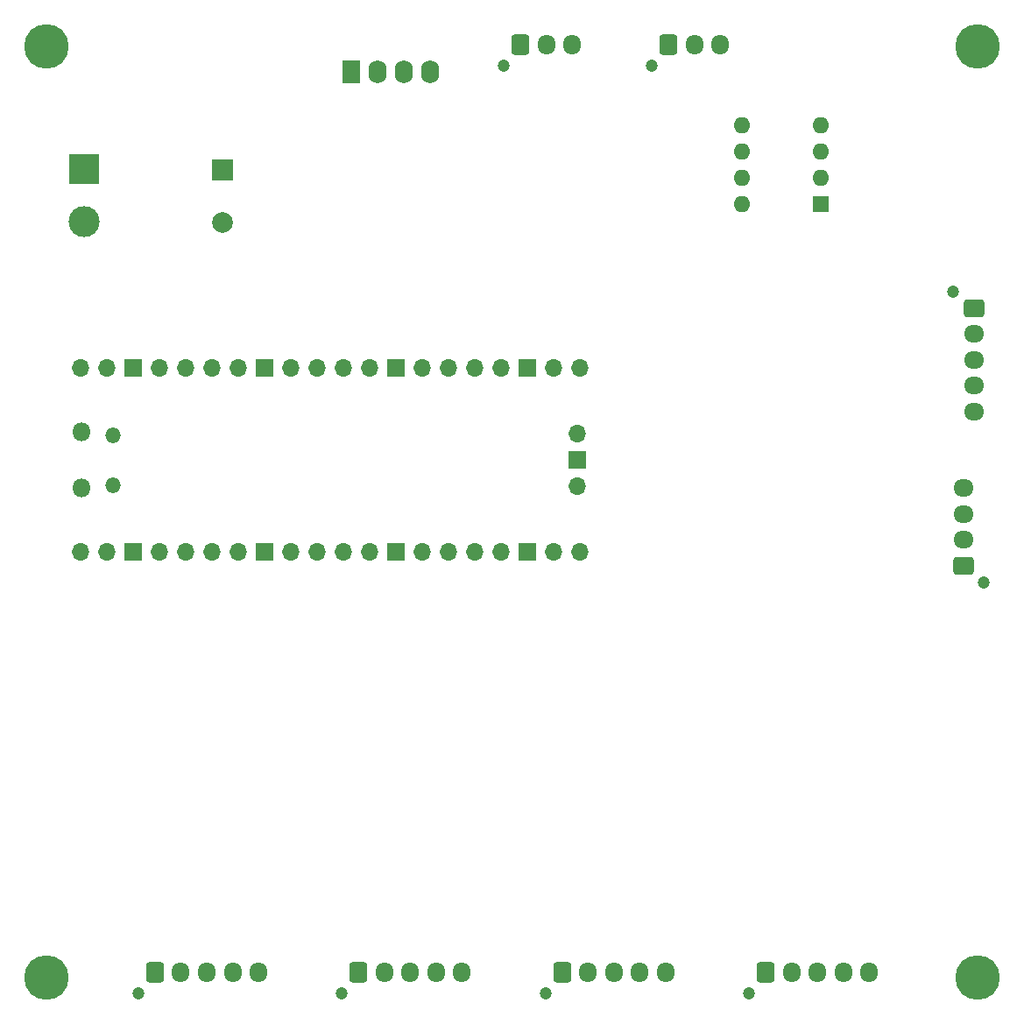
<source format=gbr>
%TF.GenerationSoftware,KiCad,Pcbnew,7.0.6+dfsg-1*%
%TF.CreationDate,2023-07-26T00:01:03-03:00*%
%TF.ProjectId,DMX_servo_controller_hardware,444d585f-7365-4727-966f-5f636f6e7472,rev?*%
%TF.SameCoordinates,Original*%
%TF.FileFunction,Soldermask,Bot*%
%TF.FilePolarity,Negative*%
%FSLAX46Y46*%
G04 Gerber Fmt 4.6, Leading zero omitted, Abs format (unit mm)*
G04 Created by KiCad (PCBNEW 7.0.6+dfsg-1) date 2023-07-26 00:01:03*
%MOMM*%
%LPD*%
G01*
G04 APERTURE LIST*
G04 Aperture macros list*
%AMRoundRect*
0 Rectangle with rounded corners*
0 $1 Rounding radius*
0 $2 $3 $4 $5 $6 $7 $8 $9 X,Y pos of 4 corners*
0 Add a 4 corners polygon primitive as box body*
4,1,4,$2,$3,$4,$5,$6,$7,$8,$9,$2,$3,0*
0 Add four circle primitives for the rounded corners*
1,1,$1+$1,$2,$3*
1,1,$1+$1,$4,$5*
1,1,$1+$1,$6,$7*
1,1,$1+$1,$8,$9*
0 Add four rect primitives between the rounded corners*
20,1,$1+$1,$2,$3,$4,$5,0*
20,1,$1+$1,$4,$5,$6,$7,0*
20,1,$1+$1,$6,$7,$8,$9,0*
20,1,$1+$1,$8,$9,$2,$3,0*%
G04 Aperture macros list end*
%ADD10C,1.200000*%
%ADD11RoundRect,0.250000X-0.725000X0.600000X-0.725000X-0.600000X0.725000X-0.600000X0.725000X0.600000X0*%
%ADD12O,1.950000X1.700000*%
%ADD13RoundRect,0.250000X-0.600000X-0.725000X0.600000X-0.725000X0.600000X0.725000X-0.600000X0.725000X0*%
%ADD14O,1.700000X1.950000*%
%ADD15C,4.300000*%
%ADD16R,2.000000X2.000000*%
%ADD17C,2.000000*%
%ADD18RoundRect,0.250000X0.725000X-0.600000X0.725000X0.600000X-0.725000X0.600000X-0.725000X-0.600000X0*%
%ADD19R,3.000000X3.000000*%
%ADD20C,3.000000*%
%ADD21O,1.800000X1.800000*%
%ADD22O,1.500000X1.500000*%
%ADD23O,1.700000X1.700000*%
%ADD24R,1.700000X1.700000*%
%ADD25R,1.600000X1.600000*%
%ADD26O,1.600000X1.600000*%
%ADD27R,1.750000X2.250000*%
%ADD28O,1.750000X2.250000*%
G04 APERTURE END LIST*
D10*
%TO.C,J5*%
X192650000Y-88700000D03*
D11*
X194650000Y-90300000D03*
D12*
X194650000Y-92800000D03*
X194650000Y-95300000D03*
X194650000Y-97800000D03*
X194650000Y-100300000D03*
%TD*%
D10*
%TO.C,J9*%
X172900000Y-156531250D03*
D13*
X174500000Y-154531250D03*
D14*
X177000000Y-154531250D03*
X179500000Y-154531250D03*
X182000000Y-154531250D03*
X184500000Y-154531250D03*
%TD*%
D15*
%TO.C,H1*%
X105000000Y-65000000D03*
%TD*%
D10*
%TO.C,J1*%
X149200000Y-66875000D03*
D13*
X150800000Y-64875000D03*
D14*
X153300000Y-64875000D03*
X155800000Y-64875000D03*
%TD*%
D10*
%TO.C,J2*%
X163500000Y-66875000D03*
D13*
X165100000Y-64875000D03*
D14*
X167600000Y-64875000D03*
X170100000Y-64875000D03*
%TD*%
D16*
%TO.C,C3*%
X122000000Y-77000000D03*
D17*
X122000000Y-82000000D03*
%TD*%
D10*
%TO.C,J4*%
X195600000Y-116800000D03*
D18*
X193600000Y-115200000D03*
D12*
X193600000Y-112700000D03*
X193600000Y-110200000D03*
X193600000Y-107700000D03*
%TD*%
D10*
%TO.C,J7*%
X133550000Y-156531250D03*
D13*
X135150000Y-154531250D03*
D14*
X137650000Y-154531250D03*
X140150000Y-154531250D03*
X142650000Y-154531250D03*
X145150000Y-154531250D03*
%TD*%
D10*
%TO.C,J8*%
X153225000Y-156531250D03*
D13*
X154825000Y-154531250D03*
D14*
X157325000Y-154531250D03*
X159825000Y-154531250D03*
X162325000Y-154531250D03*
X164825000Y-154531250D03*
%TD*%
D10*
%TO.C,J6*%
X113875000Y-156531250D03*
D13*
X115475000Y-154531250D03*
D14*
X117975000Y-154531250D03*
X120475000Y-154531250D03*
X122975000Y-154531250D03*
X125475000Y-154531250D03*
%TD*%
D19*
%TO.C,J3*%
X108600000Y-76860000D03*
D20*
X108600000Y-81940000D03*
%TD*%
D21*
%TO.C,U4*%
X108370000Y-107725000D03*
D22*
X111400000Y-107425000D03*
X111400000Y-102575000D03*
D21*
X108370000Y-102275000D03*
D23*
X108240000Y-113890000D03*
X110780000Y-113890000D03*
D24*
X113320000Y-113890000D03*
D23*
X115860000Y-113890000D03*
X118400000Y-113890000D03*
X120940000Y-113890000D03*
X123480000Y-113890000D03*
D24*
X126020000Y-113890000D03*
D23*
X128560000Y-113890000D03*
X131100000Y-113890000D03*
X133640000Y-113890000D03*
X136180000Y-113890000D03*
D24*
X138720000Y-113890000D03*
D23*
X141260000Y-113890000D03*
X143800000Y-113890000D03*
X146340000Y-113890000D03*
X148880000Y-113890000D03*
D24*
X151420000Y-113890000D03*
D23*
X153960000Y-113890000D03*
X156500000Y-113890000D03*
X156500000Y-96110000D03*
X153960000Y-96110000D03*
D24*
X151420000Y-96110000D03*
D23*
X148880000Y-96110000D03*
X146340000Y-96110000D03*
X143800000Y-96110000D03*
X141260000Y-96110000D03*
D24*
X138720000Y-96110000D03*
D23*
X136180000Y-96110000D03*
X133640000Y-96110000D03*
X131100000Y-96110000D03*
X128560000Y-96110000D03*
D24*
X126020000Y-96110000D03*
D23*
X123480000Y-96110000D03*
X120940000Y-96110000D03*
X118400000Y-96110000D03*
X115860000Y-96110000D03*
D24*
X113320000Y-96110000D03*
D23*
X110780000Y-96110000D03*
X108240000Y-96110000D03*
X156270000Y-107540000D03*
D24*
X156270000Y-105000000D03*
D23*
X156270000Y-102460000D03*
%TD*%
D15*
%TO.C,H4*%
X195000000Y-155000000D03*
%TD*%
D25*
%TO.C,U2*%
X179800000Y-80250000D03*
D26*
X179800000Y-77710000D03*
X179800000Y-75170000D03*
X179800000Y-72630000D03*
X172180000Y-72630000D03*
X172180000Y-75170000D03*
X172180000Y-77710000D03*
X172180000Y-80250000D03*
%TD*%
D27*
%TO.C,PS1*%
X134460727Y-67500000D03*
D28*
X137000727Y-67500000D03*
X139540727Y-67500000D03*
X142080727Y-67500000D03*
%TD*%
D15*
%TO.C,H3*%
X105000000Y-155000000D03*
%TD*%
%TO.C,H2*%
X195000000Y-65000000D03*
%TD*%
M02*

</source>
